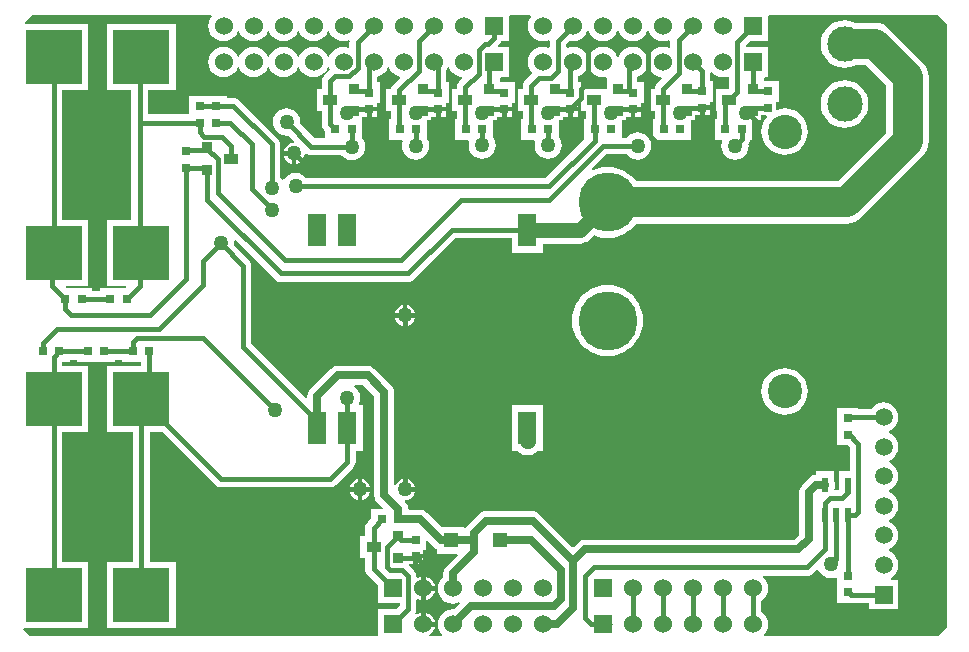
<source format=gtl>
%FSLAX25Y25*%
%MOIN*%
G70*
G01*
G75*
G04 Layer_Physical_Order=1*
G04 Layer_Color=255*
%ADD10R,0.03000X0.03000*%
%ADD11R,0.03000X0.03000*%
%ADD12R,0.03600X0.03600*%
%ADD13R,0.05000X0.03600*%
%ADD14R,0.18898X0.18110*%
%ADD15R,0.02000X0.05000*%
%ADD16R,0.04921X0.04803*%
%ADD17R,0.06299X0.11024*%
%ADD18C,0.01500*%
%ADD19C,0.02500*%
%ADD20C,0.01000*%
%ADD21C,0.05000*%
%ADD22C,0.10000*%
%ADD23R,0.06000X0.06000*%
%ADD24C,0.06000*%
%ADD25C,0.11417*%
%ADD26C,0.19685*%
%ADD27C,0.05906*%
%ADD28R,0.05906X0.05906*%
%ADD29C,0.11811*%
%ADD30C,0.05000*%
G36*
X38760Y92500D02*
X44986D01*
Y91232D01*
X33618D01*
Y69122D01*
X42293D01*
Y25878D01*
X33618D01*
Y3768D01*
X56516D01*
Y25878D01*
X47841D01*
Y69122D01*
X52200D01*
X69783Y51539D01*
X70357Y51098D01*
X70634Y50983D01*
X71026Y50821D01*
X71744Y50726D01*
X108000D01*
X108718Y50821D01*
X109110Y50983D01*
X109387Y51098D01*
X109961Y51539D01*
X115717Y57295D01*
X116158Y57869D01*
X116435Y58538D01*
X116530Y59256D01*
Y62988D01*
X118906D01*
Y78012D01*
X117865D01*
X117547Y78512D01*
X117884Y79325D01*
X118039Y80500D01*
X117884Y81675D01*
X117431Y82769D01*
X116709Y83709D01*
X116042Y84222D01*
X116211Y84722D01*
X119142D01*
X122722Y81142D01*
Y48256D01*
X122778Y47832D01*
X122834Y47408D01*
X122997Y47012D01*
X123161Y46617D01*
X123682Y45938D01*
X125658Y43962D01*
X125467Y43500D01*
X121760D01*
Y40423D01*
X120539Y39202D01*
X120098Y38627D01*
X119983Y38350D01*
X119821Y37958D01*
X119726Y37240D01*
Y34600D01*
X118000D01*
Y27000D01*
X119726D01*
Y23500D01*
X119821Y22782D01*
X119983Y22390D01*
X120098Y22113D01*
X120539Y21539D01*
X124000Y18077D01*
Y12000D01*
X131226D01*
Y11149D01*
X130077Y10000D01*
X124000D01*
Y1000D01*
X8000D01*
X5694Y3306D01*
X5886Y3768D01*
X27382D01*
Y25878D01*
X18707D01*
Y69122D01*
X27382D01*
Y91232D01*
X18707D01*
Y92500D01*
X21240D01*
Y93226D01*
X23740D01*
Y92500D01*
X36240D01*
Y93226D01*
X38760D01*
Y92500D01*
D02*
G37*
G36*
X142682Y30682D02*
X142977Y30456D01*
X143361Y30161D01*
X143772Y29991D01*
Y28598D01*
X150309D01*
X150501Y28137D01*
X146682Y24318D01*
X146161Y23639D01*
X145997Y23244D01*
X145834Y22848D01*
X145778Y22424D01*
X145722Y22000D01*
Y20787D01*
X145434Y20566D01*
X144632Y19522D01*
X144129Y18305D01*
X143957Y17000D01*
X144129Y15695D01*
X144632Y14478D01*
X145434Y13434D01*
X146478Y12632D01*
X147695Y12129D01*
X149000Y11957D01*
X150305Y12129D01*
X151126Y12468D01*
X151409Y12045D01*
X149360Y9996D01*
X149000Y10043D01*
X147695Y9871D01*
X146478Y9368D01*
X145434Y8566D01*
X144632Y7522D01*
X144129Y6305D01*
X143957Y5000D01*
X144129Y3695D01*
X144632Y2478D01*
X145383Y1500D01*
X145262Y1000D01*
X141102D01*
X141003Y1500D01*
X141017Y1506D01*
X141853Y2147D01*
X142494Y2983D01*
X142897Y3956D01*
X142936Y4250D01*
X139000D01*
Y5000D01*
X138250D01*
Y8936D01*
X137956Y8897D01*
X136983Y8494D01*
X136814Y8364D01*
X136695Y8436D01*
X136442Y8709D01*
X136679Y9282D01*
X136774Y10000D01*
Y13062D01*
X137274Y13386D01*
X137956Y13103D01*
X138250Y13064D01*
Y17000D01*
Y20936D01*
X137956Y20897D01*
X137274Y20615D01*
X136774Y20938D01*
Y21000D01*
X136679Y21718D01*
X136402Y22387D01*
X135961Y22961D01*
X134182Y24740D01*
X134390Y25240D01*
X135750D01*
Y27740D01*
X136500D01*
Y28490D01*
X139000D01*
Y29740D01*
X140000D01*
Y32711D01*
X140462Y32902D01*
X142682Y30682D01*
D02*
G37*
G36*
X310500Y208000D02*
X313500Y205000D01*
X313500Y4000D01*
X310500Y1000D01*
X252738D01*
X252617Y1500D01*
X253367Y2478D01*
X253871Y3695D01*
X254043Y5000D01*
X253871Y6305D01*
X253367Y7522D01*
X252566Y8566D01*
X251774Y9174D01*
Y12826D01*
X252566Y13434D01*
X253367Y14478D01*
X253871Y15695D01*
X254043Y17000D01*
X253871Y18305D01*
X253367Y19522D01*
X252566Y20566D01*
X252323Y20753D01*
X252483Y21226D01*
X267000D01*
X267718Y21321D01*
X268110Y21483D01*
X268387Y21598D01*
X268961Y22039D01*
X270336Y23414D01*
X270827Y23316D01*
X271069Y22731D01*
X271791Y21791D01*
X272731Y21069D01*
X273825Y20616D01*
X275000Y20461D01*
X276175Y20616D01*
X276584Y20786D01*
X277000Y20508D01*
Y17740D01*
Y12240D01*
X281454D01*
X281768Y12199D01*
X287547D01*
Y10020D01*
X297453D01*
Y19925D01*
X294945D01*
X294846Y20425D01*
X294998Y20488D01*
X296032Y21282D01*
X296826Y22317D01*
X297325Y23522D01*
X297496Y24815D01*
X297325Y26107D01*
X296826Y27312D01*
X296032Y28347D01*
X294998Y29141D01*
X294214Y29465D01*
Y30007D01*
X294998Y30331D01*
X296032Y31125D01*
X296826Y32160D01*
X297325Y33365D01*
X297496Y34658D01*
X297325Y35950D01*
X296826Y37155D01*
X296032Y38190D01*
X294998Y38984D01*
X294215Y39308D01*
Y39849D01*
X294998Y40173D01*
X296032Y40967D01*
X296826Y42002D01*
X297325Y43207D01*
X297496Y44500D01*
X297325Y45792D01*
X296826Y46997D01*
X296032Y48032D01*
X294998Y48826D01*
X294214Y49150D01*
Y49692D01*
X294998Y50016D01*
X296032Y50810D01*
X296826Y51845D01*
X297325Y53050D01*
X297496Y54343D01*
X297325Y55635D01*
X296826Y56840D01*
X296032Y57875D01*
X294998Y58669D01*
X294215Y58993D01*
Y59534D01*
X294998Y59858D01*
X296032Y60652D01*
X296826Y61687D01*
X297325Y62892D01*
X297496Y64185D01*
X297325Y65478D01*
X296826Y66682D01*
X296032Y67717D01*
X294998Y68511D01*
X294214Y68836D01*
Y69377D01*
X294998Y69701D01*
X296032Y70495D01*
X296826Y71530D01*
X297325Y72735D01*
X297496Y74028D01*
X297325Y75321D01*
X296826Y76525D01*
X296032Y77560D01*
X294998Y78354D01*
X293793Y78853D01*
X292500Y79023D01*
X291207Y78853D01*
X290002Y78354D01*
X288968Y77560D01*
X288386Y76801D01*
X284000D01*
Y77240D01*
X277000D01*
Y70240D01*
Y64740D01*
X280577D01*
X281226Y64091D01*
Y56000D01*
X277500D01*
Y49923D01*
X277351Y49774D01*
X276000D01*
Y50250D01*
X276166Y50652D01*
X276278Y51500D01*
X276166Y52348D01*
X276000Y52750D01*
Y56000D01*
X270000D01*
Y54778D01*
X269152Y54666D01*
X268361Y54339D01*
X267977Y54044D01*
X267682Y53818D01*
X265182Y51318D01*
X264661Y50639D01*
X264497Y50244D01*
X264334Y49848D01*
X264278Y49424D01*
X264222Y49000D01*
Y34858D01*
X262642Y33278D01*
X193000D01*
X192250Y33179D01*
X192152Y33166D01*
X191920Y33070D01*
X191361Y32839D01*
X190977Y32544D01*
X190682Y32318D01*
X189250Y30886D01*
X188750D01*
X177818Y41818D01*
X177139Y42339D01*
X176744Y42503D01*
X176348Y42666D01*
X175924Y42722D01*
X175500Y42778D01*
X160000D01*
X159250Y42679D01*
X159152Y42666D01*
X158920Y42570D01*
X158361Y42339D01*
X157977Y42044D01*
X157682Y41818D01*
X153682Y37818D01*
X153193Y37180D01*
X153137Y37180D01*
X152693Y37402D01*
Y37402D01*
X145234D01*
X140318Y42318D01*
X139639Y42839D01*
X139244Y43003D01*
X138848Y43166D01*
X138424Y43222D01*
X138000Y43278D01*
X134260D01*
Y43500D01*
X134037D01*
X133926Y44345D01*
X133599Y45135D01*
X133304Y45519D01*
X133078Y45814D01*
X132864Y46028D01*
X133114Y46485D01*
X133914Y46590D01*
X134765Y46943D01*
X135496Y47504D01*
X136057Y48235D01*
X136410Y49086D01*
X136432Y49250D01*
X133000D01*
Y50000D01*
X132250D01*
Y53431D01*
X132086Y53410D01*
X131235Y53057D01*
X130504Y52496D01*
X129943Y51765D01*
X129778Y51367D01*
X129278Y51467D01*
Y82500D01*
X129179Y83250D01*
X129166Y83348D01*
X129070Y83580D01*
X128839Y84139D01*
X128544Y84523D01*
X128318Y84818D01*
X122818Y90318D01*
X122139Y90839D01*
X121744Y91003D01*
X121348Y91166D01*
X120924Y91222D01*
X120500Y91278D01*
X110500D01*
X109652Y91166D01*
X109092Y90935D01*
X108861Y90839D01*
X108566Y90613D01*
X108182Y90318D01*
X101438Y83574D01*
X100917Y82895D01*
X100753Y82500D01*
X100590Y82104D01*
X100534Y81680D01*
X100478Y81256D01*
Y80598D01*
X100016Y80407D01*
X81774Y98649D01*
Y124500D01*
X81679Y125218D01*
X81517Y125610D01*
X81402Y125887D01*
X80961Y126461D01*
X75967Y131456D01*
X76039Y132000D01*
X75913Y132957D01*
X76386Y133191D01*
X89539Y120039D01*
X90113Y119598D01*
X90782Y119321D01*
X91500Y119226D01*
X134000D01*
X134718Y119321D01*
X135110Y119483D01*
X135387Y119598D01*
X135961Y120039D01*
X149649Y133726D01*
X168606D01*
Y128988D01*
X178906D01*
Y131961D01*
X191315D01*
X192490Y132116D01*
X193131Y132381D01*
X193584Y132569D01*
X194524Y133291D01*
X195975Y134741D01*
X196829Y134387D01*
X198642Y133952D01*
X200500Y133806D01*
X202358Y133952D01*
X204171Y134387D01*
X205893Y135101D01*
X207482Y136075D01*
X208900Y137285D01*
X210066Y138651D01*
X280185D01*
X281557Y138786D01*
X282877Y139187D01*
X284093Y139837D01*
X285159Y140711D01*
X305474Y161026D01*
X306348Y162092D01*
X306998Y163308D01*
X307399Y164628D01*
X307534Y166000D01*
X307534Y166000D01*
Y187500D01*
X307399Y188872D01*
X306998Y190192D01*
X306348Y191408D01*
X305474Y192474D01*
X294474Y203474D01*
X293408Y204348D01*
X292192Y204998D01*
X290872Y205399D01*
X289500Y205534D01*
X283111D01*
X282540Y205839D01*
X281050Y206291D01*
X279500Y206444D01*
X277950Y206291D01*
X276460Y205839D01*
X275087Y205105D01*
X273883Y204117D01*
X272895Y202913D01*
X272161Y201540D01*
X271709Y200050D01*
X271556Y198500D01*
X271709Y196950D01*
X272161Y195460D01*
X272895Y194087D01*
X273883Y192883D01*
X275087Y191895D01*
X276460Y191161D01*
X277950Y190709D01*
X279500Y190556D01*
X281050Y190709D01*
X282540Y191161D01*
X283111Y191466D01*
X286586D01*
X293466Y184587D01*
Y168913D01*
X277272Y152719D01*
X210066D01*
X208900Y154085D01*
X207482Y155295D01*
X205893Y156269D01*
X204171Y156983D01*
X202358Y157418D01*
X200500Y157564D01*
X198642Y157418D01*
X196829Y156983D01*
X195606Y156476D01*
X195323Y156900D01*
X200149Y161726D01*
X206956D01*
X207291Y161291D01*
X208231Y160569D01*
X209325Y160116D01*
X210500Y159961D01*
X211675Y160116D01*
X212769Y160569D01*
X213709Y161291D01*
X214431Y162231D01*
X214884Y163325D01*
X215039Y164500D01*
X214884Y165675D01*
X214431Y166769D01*
X213709Y167709D01*
X212769Y168431D01*
X211675Y168884D01*
X210500Y169039D01*
X209325Y168884D01*
X208231Y168431D01*
X207291Y167709D01*
X206956Y167274D01*
X205260D01*
Y173200D01*
X206800D01*
Y174240D01*
X208250D01*
Y176740D01*
X209000D01*
Y177490D01*
X211500D01*
Y178740D01*
X212500D01*
Y185740D01*
X210274D01*
Y187625D01*
X210305Y187629D01*
X211522Y188133D01*
X212566Y188934D01*
X213368Y189978D01*
X213729Y190852D01*
X214271D01*
X214633Y189978D01*
X215434Y188934D01*
X216478Y188133D01*
X217695Y187629D01*
X218405Y187535D01*
X218585Y187007D01*
X217039Y185461D01*
X216598Y184887D01*
X216483Y184610D01*
X216321Y184218D01*
X216239Y183600D01*
X214500D01*
Y176000D01*
X216226D01*
Y173500D01*
X215760D01*
Y166500D01*
X228260D01*
Y173200D01*
X229800D01*
Y174740D01*
X231250D01*
Y177240D01*
X232000D01*
Y177990D01*
X234500D01*
Y179240D01*
X235500D01*
Y186240D01*
X234774D01*
Y188973D01*
X235274Y189143D01*
X235434Y188934D01*
X236478Y188133D01*
X237695Y187629D01*
X239000Y187457D01*
X240305Y187629D01*
X240561Y187734D01*
X240976Y187457D01*
Y183699D01*
X240877Y183600D01*
X236500D01*
Y176000D01*
X236986D01*
Y173500D01*
X236260D01*
Y166500D01*
X238508D01*
X238786Y166084D01*
X238616Y165675D01*
X238461Y164500D01*
X238616Y163325D01*
X239069Y162231D01*
X239791Y161291D01*
X240731Y160569D01*
X241825Y160116D01*
X243000Y159961D01*
X244175Y160116D01*
X245269Y160569D01*
X246209Y161291D01*
X246931Y162231D01*
X247384Y163325D01*
X247539Y164500D01*
X247459Y165108D01*
X247662Y165373D01*
X247777Y165650D01*
X247939Y166042D01*
X247999Y166500D01*
X248760D01*
Y172724D01*
X249246Y173097D01*
X249325Y173200D01*
X251800D01*
Y174740D01*
X253457D01*
X253671Y174288D01*
X253115Y173610D01*
X252399Y172271D01*
X251958Y170818D01*
X251809Y169307D01*
X251958Y167796D01*
X252399Y166343D01*
X253115Y165004D01*
X254078Y163830D01*
X255252Y162866D01*
X256591Y162151D01*
X258044Y161710D01*
X259555Y161561D01*
X261066Y161710D01*
X262520Y162151D01*
X263859Y162866D01*
X265032Y163830D01*
X265996Y165004D01*
X266711Y166343D01*
X267152Y167796D01*
X267301Y169307D01*
X267152Y170818D01*
X266711Y172271D01*
X265996Y173610D01*
X265032Y174784D01*
X263859Y175748D01*
X262520Y176463D01*
X261066Y176904D01*
X259555Y177053D01*
X258044Y176904D01*
X257000Y176587D01*
X256500Y176958D01*
Y179240D01*
X257500D01*
Y186240D01*
X253154D01*
X252800Y186594D01*
Y187300D01*
X253217Y187500D01*
X254000D01*
Y197500D01*
X246524D01*
Y198101D01*
X247923Y199500D01*
X254000D01*
Y207646D01*
X254354Y208000D01*
X310500D01*
D02*
G37*
G36*
X214633Y201978D02*
X215434Y200934D01*
X216478Y200132D01*
X217695Y199629D01*
X219000Y199457D01*
X220305Y199629D01*
X220993Y199914D01*
X221141Y199864D01*
X221476Y199573D01*
Y197336D01*
X221060Y197058D01*
X220305Y197371D01*
X219000Y197543D01*
X217695Y197371D01*
X216478Y196868D01*
X215434Y196066D01*
X214633Y195022D01*
X214271Y194148D01*
X213729D01*
X213368Y195022D01*
X212566Y196066D01*
X211522Y196868D01*
X210305Y197371D01*
X209000Y197543D01*
X207695Y197371D01*
X206478Y196868D01*
X205434Y196066D01*
X204632Y195022D01*
X204271Y194148D01*
X203729D01*
X203367Y195022D01*
X202566Y196066D01*
X201522Y196868D01*
X200305Y197371D01*
X199000Y197543D01*
X197695Y197371D01*
X196478Y196868D01*
X195434Y196066D01*
X194632Y195022D01*
X194271Y194148D01*
X193729D01*
X193368Y195022D01*
X192566Y196066D01*
X191522Y196868D01*
X190305Y197371D01*
X189000Y197543D01*
X187695Y197371D01*
X187189Y197162D01*
X186774Y197440D01*
Y198351D01*
X188010Y199587D01*
X189000Y199457D01*
X190305Y199629D01*
X191522Y200132D01*
X192566Y200934D01*
X193368Y201978D01*
X193729Y202852D01*
X194271D01*
X194632Y201978D01*
X195434Y200934D01*
X196478Y200132D01*
X197695Y199629D01*
X199000Y199457D01*
X200305Y199629D01*
X201522Y200132D01*
X202566Y200934D01*
X203367Y201978D01*
X203729Y202852D01*
X204271D01*
X204632Y201978D01*
X205434Y200934D01*
X206478Y200132D01*
X207695Y199629D01*
X209000Y199457D01*
X210305Y199629D01*
X211522Y200132D01*
X212566Y200934D01*
X213368Y201978D01*
X213729Y202852D01*
X214271D01*
X214633Y201978D01*
D02*
G37*
G36*
X68318Y208000D02*
X68539Y207552D01*
X68133Y207022D01*
X67629Y205805D01*
X67457Y204500D01*
X67629Y203195D01*
X68133Y201978D01*
X68934Y200934D01*
X69978Y200132D01*
X71195Y199629D01*
X72500Y199457D01*
X73805Y199629D01*
X75022Y200132D01*
X76066Y200934D01*
X76868Y201978D01*
X77229Y202852D01*
X77771D01*
X78132Y201978D01*
X78934Y200934D01*
X79978Y200132D01*
X81195Y199629D01*
X82500Y199457D01*
X83805Y199629D01*
X85022Y200132D01*
X86066Y200934D01*
X86867Y201978D01*
X87229Y202852D01*
X87771D01*
X88133Y201978D01*
X88934Y200934D01*
X89978Y200132D01*
X91195Y199629D01*
X92500Y199457D01*
X93805Y199629D01*
X95022Y200132D01*
X96066Y200934D01*
X96868Y201978D01*
X97229Y202852D01*
X97771D01*
X98132Y201978D01*
X98934Y200934D01*
X99978Y200132D01*
X101195Y199629D01*
X102500Y199457D01*
X103805Y199629D01*
X105022Y200132D01*
X106066Y200934D01*
X106868Y201978D01*
X107229Y202852D01*
X107771D01*
X108133Y201978D01*
X108934Y200934D01*
X109978Y200132D01*
X111195Y199629D01*
X112500Y199457D01*
X113805Y199629D01*
X114106Y199753D01*
X114502Y199449D01*
X114476Y199250D01*
Y197543D01*
X114060Y197266D01*
X113805Y197371D01*
X112500Y197543D01*
X111195Y197371D01*
X109978Y196868D01*
X108934Y196066D01*
X108133Y195022D01*
X107771Y194148D01*
X107229D01*
X106868Y195022D01*
X106066Y196066D01*
X105022Y196868D01*
X103805Y197371D01*
X102500Y197543D01*
X101195Y197371D01*
X99978Y196868D01*
X98934Y196066D01*
X98132Y195022D01*
X97771Y194148D01*
X97229D01*
X96868Y195022D01*
X96066Y196066D01*
X95022Y196868D01*
X93805Y197371D01*
X92500Y197543D01*
X91195Y197371D01*
X89978Y196868D01*
X88934Y196066D01*
X88133Y195022D01*
X87771Y194148D01*
X87229D01*
X86867Y195022D01*
X86066Y196066D01*
X85022Y196868D01*
X83805Y197371D01*
X82500Y197543D01*
X81195Y197371D01*
X79978Y196868D01*
X78934Y196066D01*
X78132Y195022D01*
X77771Y194148D01*
X77229D01*
X76868Y195022D01*
X76066Y196066D01*
X75022Y196868D01*
X73805Y197371D01*
X72500Y197543D01*
X71195Y197371D01*
X69978Y196868D01*
X68934Y196066D01*
X68133Y195022D01*
X67629Y193805D01*
X67457Y192500D01*
X67629Y191195D01*
X68133Y189978D01*
X68934Y188934D01*
X69978Y188133D01*
X71195Y187629D01*
X72500Y187457D01*
X73805Y187629D01*
X75022Y188133D01*
X76066Y188934D01*
X76868Y189978D01*
X77229Y190852D01*
X77771D01*
X78132Y189978D01*
X78934Y188934D01*
X79978Y188133D01*
X81195Y187629D01*
X82500Y187457D01*
X83805Y187629D01*
X85022Y188133D01*
X86066Y188934D01*
X86867Y189978D01*
X87229Y190852D01*
X87771D01*
X88133Y189978D01*
X88934Y188934D01*
X89978Y188133D01*
X91195Y187629D01*
X92500Y187457D01*
X93805Y187629D01*
X95022Y188133D01*
X96066Y188934D01*
X96868Y189978D01*
X97229Y190852D01*
X97771D01*
X98132Y189978D01*
X98934Y188934D01*
X99978Y188133D01*
X101195Y187629D01*
X102500Y187457D01*
X103805Y187629D01*
X105022Y188133D01*
X106066Y188934D01*
X106868Y189978D01*
X107229Y190852D01*
X107771D01*
X108133Y189978D01*
X108134Y189976D01*
X107789Y189711D01*
X106039Y187961D01*
X105598Y187387D01*
X105483Y187110D01*
X105321Y186718D01*
X105226Y186000D01*
Y183600D01*
X103500D01*
Y176000D01*
X105226D01*
Y171760D01*
X105321Y171042D01*
X105483Y170650D01*
X105598Y170373D01*
X106039Y169799D01*
X106260Y169577D01*
Y167034D01*
X102889D01*
X97967Y171956D01*
X98039Y172500D01*
X97884Y173675D01*
X97431Y174769D01*
X96709Y175709D01*
X95769Y176431D01*
X94675Y176884D01*
X93500Y177039D01*
X92325Y176884D01*
X91231Y176431D01*
X90291Y175709D01*
X89569Y174769D01*
X89116Y173675D01*
X88961Y172500D01*
X89116Y171325D01*
X89569Y170231D01*
X90291Y169291D01*
X91231Y168569D01*
X92325Y168116D01*
X93500Y167961D01*
X94045Y168033D01*
X96094Y165983D01*
X95859Y165512D01*
X95086Y165410D01*
X94235Y165057D01*
X93504Y164496D01*
X92943Y163765D01*
X92590Y162914D01*
X92568Y162750D01*
X96000D01*
Y162000D01*
X96750D01*
Y158569D01*
X96914Y158590D01*
X97765Y158943D01*
X98496Y159504D01*
X99057Y160235D01*
X99410Y161086D01*
X99513Y161872D01*
X99832Y162070D01*
X100020Y162114D01*
X100353Y161858D01*
X100630Y161743D01*
X101022Y161581D01*
X101740Y161486D01*
X111716D01*
X112050Y161050D01*
X112990Y160329D01*
X114085Y159876D01*
X115260Y159721D01*
X116435Y159876D01*
X117529Y160329D01*
X118469Y161050D01*
X119191Y161990D01*
X119644Y163085D01*
X119799Y164260D01*
X119644Y165435D01*
X119191Y166529D01*
X118760Y167091D01*
Y173200D01*
X118800D01*
Y174240D01*
X120250D01*
Y176740D01*
X121000D01*
Y177490D01*
X123500D01*
Y178740D01*
X124500D01*
Y185740D01*
X123774D01*
Y187625D01*
X123805Y187629D01*
X125022Y188133D01*
X126066Y188934D01*
X126867Y189978D01*
X127229Y190852D01*
X127771D01*
X128132Y189978D01*
X128934Y188934D01*
X129978Y188133D01*
X131056Y187686D01*
X131244Y187167D01*
X129039Y184961D01*
X128598Y184387D01*
X128483Y184110D01*
X128321Y183718D01*
X128305Y183600D01*
X126500D01*
Y176000D01*
X128226D01*
Y173500D01*
X127760D01*
Y166500D01*
X132008D01*
X132285Y166084D01*
X132116Y165675D01*
X131961Y164500D01*
X132116Y163325D01*
X132569Y162231D01*
X133291Y161291D01*
X134231Y160569D01*
X135325Y160116D01*
X136500Y159961D01*
X137675Y160116D01*
X138769Y160569D01*
X139709Y161291D01*
X140431Y162231D01*
X140884Y163325D01*
X141039Y164500D01*
X140884Y165675D01*
X140431Y166769D01*
X140260Y166992D01*
Y173200D01*
X141800D01*
Y174240D01*
X143250D01*
Y176740D01*
X144000D01*
Y177490D01*
X146500D01*
Y178740D01*
X147500D01*
Y185740D01*
X146774D01*
Y189856D01*
X146868Y189978D01*
X147229Y190852D01*
X147771D01*
X148133Y189978D01*
X148934Y188934D01*
X149978Y188133D01*
X151195Y187629D01*
X151905Y187535D01*
X152085Y187007D01*
X151039Y185961D01*
X150598Y185387D01*
X150483Y185110D01*
X150321Y184718D01*
X150226Y184000D01*
Y183600D01*
X148500D01*
Y176000D01*
X150226D01*
Y173500D01*
X149760D01*
Y166500D01*
X154140D01*
X154418Y166084D01*
X154356Y165935D01*
X154201Y164760D01*
X154356Y163585D01*
X154809Y162490D01*
X155531Y161550D01*
X156471Y160829D01*
X157565Y160376D01*
X158740Y160221D01*
X159915Y160376D01*
X161010Y160829D01*
X161950Y161550D01*
X162671Y162490D01*
X163124Y163585D01*
X163279Y164760D01*
X163124Y165935D01*
X162671Y167029D01*
X162260Y167565D01*
Y173200D01*
X163800D01*
Y174240D01*
X165250D01*
Y176740D01*
X166000D01*
Y177490D01*
X168500D01*
Y178740D01*
X169500D01*
Y185740D01*
X165154D01*
X164800Y186094D01*
Y187300D01*
X165217Y187500D01*
X167500D01*
Y197500D01*
X164076D01*
X163885Y197962D01*
X164461Y198539D01*
X164902Y199113D01*
X165062Y199500D01*
X167500D01*
Y207646D01*
X167854Y208000D01*
X174818D01*
X175039Y207552D01*
X174633Y207022D01*
X174129Y205805D01*
X173957Y204500D01*
X174129Y203195D01*
X174633Y201978D01*
X175434Y200934D01*
X176478Y200132D01*
X177695Y199629D01*
X179000Y199457D01*
X180305Y199629D01*
X180835Y199848D01*
X181232Y199544D01*
X181226Y199500D01*
Y197440D01*
X180810Y197162D01*
X180305Y197371D01*
X179000Y197543D01*
X177695Y197371D01*
X176478Y196868D01*
X175434Y196066D01*
X174633Y195022D01*
X174129Y193805D01*
X173957Y192500D01*
X174129Y191195D01*
X174633Y189978D01*
X175434Y188934D01*
X175439Y188861D01*
X173039Y186461D01*
X172598Y185887D01*
X172483Y185610D01*
X172321Y185218D01*
X172226Y184500D01*
Y183600D01*
X170500D01*
Y176000D01*
X172226D01*
Y173500D01*
X171760D01*
Y166500D01*
X176140D01*
X176418Y166084D01*
X176356Y165935D01*
X176201Y164760D01*
X176356Y163585D01*
X176810Y162490D01*
X177531Y161550D01*
X178471Y160829D01*
X179566Y160376D01*
X180740Y160221D01*
X181915Y160376D01*
X183010Y160829D01*
X183950Y161550D01*
X184671Y162490D01*
X185124Y163585D01*
X185279Y164760D01*
X185124Y165935D01*
X184671Y167029D01*
X184260Y167565D01*
Y173200D01*
X185800D01*
Y174240D01*
X187250D01*
Y176740D01*
X188000D01*
Y177490D01*
X190500D01*
Y178740D01*
X191500D01*
Y176000D01*
X193226D01*
Y173500D01*
X192760D01*
Y166682D01*
X179851Y153774D01*
X100044D01*
X99709Y154209D01*
X98769Y154931D01*
X97675Y155384D01*
X96500Y155539D01*
X95325Y155384D01*
X94231Y154931D01*
X93291Y154209D01*
X92623Y153340D01*
X92080Y153227D01*
X91709Y153709D01*
X91274Y154044D01*
Y165000D01*
X91179Y165718D01*
X91017Y166110D01*
X90902Y166387D01*
X90461Y166961D01*
X77701Y179721D01*
X77127Y180162D01*
X76850Y180277D01*
X76458Y180439D01*
X75740Y180534D01*
X73500D01*
Y181240D01*
X68000D01*
Y181260D01*
X61000D01*
Y175760D01*
Y175033D01*
X47341D01*
Y183122D01*
X56516D01*
Y205232D01*
X33618D01*
Y183122D01*
X41793D01*
Y172000D01*
Y139878D01*
X33618D01*
Y117768D01*
X39841D01*
X40043Y117305D01*
X39795Y117000D01*
X31260D01*
Y116274D01*
X28740D01*
Y117000D01*
X20205D01*
X19957Y117305D01*
X20159Y117768D01*
X27382D01*
Y139878D01*
X18707D01*
Y183122D01*
X27382D01*
Y205232D01*
X6386D01*
X6194Y205694D01*
X8500Y208000D01*
X68318D01*
D02*
G37*
G36*
X194632Y189978D02*
X195434Y188934D01*
X196478Y188133D01*
X197695Y187629D01*
X199000Y187457D01*
X199809Y187563D01*
X200200Y187110D01*
Y183600D01*
X191500D01*
Y185740D01*
X190774D01*
Y187823D01*
X191522Y188133D01*
X192566Y188934D01*
X193368Y189978D01*
X193729Y190852D01*
X194271D01*
X194632Y189978D01*
D02*
G37*
%LPC*%
G36*
X118750Y53431D02*
Y50750D01*
X121432D01*
X121410Y50914D01*
X121057Y51765D01*
X120496Y52496D01*
X119765Y53057D01*
X118914Y53410D01*
X118750Y53431D01*
D02*
G37*
G36*
X133750D02*
Y50750D01*
X136432D01*
X136410Y50914D01*
X136057Y51765D01*
X135496Y52496D01*
X134765Y53057D01*
X133914Y53410D01*
X133750Y53431D01*
D02*
G37*
G36*
X259555Y90439D02*
X258044Y90290D01*
X256591Y89849D01*
X255252Y89134D01*
X254078Y88170D01*
X253115Y86996D01*
X252399Y85657D01*
X251958Y84204D01*
X251809Y82693D01*
X251958Y81182D01*
X252399Y79729D01*
X253115Y78390D01*
X254078Y77216D01*
X255252Y76253D01*
X256591Y75537D01*
X258044Y75096D01*
X259555Y74947D01*
X261066Y75096D01*
X262520Y75537D01*
X263859Y76253D01*
X265032Y77216D01*
X265996Y78390D01*
X266711Y79729D01*
X267152Y81182D01*
X267301Y82693D01*
X267152Y84204D01*
X266711Y85657D01*
X265996Y86996D01*
X265032Y88170D01*
X263859Y89134D01*
X262520Y89849D01*
X261066Y90290D01*
X259555Y90439D01*
D02*
G37*
G36*
X178906Y78012D02*
X168606D01*
Y62988D01*
X170139D01*
X170291Y62791D01*
X171231Y62069D01*
X172325Y61616D01*
X173500Y61461D01*
X174000D01*
X175175Y61616D01*
X175816Y61881D01*
X176269Y62069D01*
X177209Y62791D01*
X177361Y62988D01*
X178906D01*
Y78012D01*
D02*
G37*
G36*
X117250Y53431D02*
X117086Y53410D01*
X116235Y53057D01*
X115504Y52496D01*
X114943Y51765D01*
X114590Y50914D01*
X114568Y50750D01*
X117250D01*
Y53431D01*
D02*
G37*
G36*
X139750Y20936D02*
Y17750D01*
X142936D01*
X142897Y18044D01*
X142494Y19017D01*
X141853Y19853D01*
X141017Y20494D01*
X140044Y20897D01*
X139750Y20936D01*
D02*
G37*
G36*
X142936Y16250D02*
X139750D01*
Y13064D01*
X140044Y13103D01*
X141017Y13506D01*
X141853Y14147D01*
X142494Y14983D01*
X142897Y15956D01*
X142936Y16250D01*
D02*
G37*
G36*
X139750Y8936D02*
Y5750D01*
X142936D01*
X142897Y6044D01*
X142494Y7017D01*
X141853Y7853D01*
X141017Y8494D01*
X140044Y8897D01*
X139750Y8936D01*
D02*
G37*
G36*
X121432Y49250D02*
X118750D01*
Y46569D01*
X118914Y46590D01*
X119765Y46943D01*
X120496Y47504D01*
X121057Y48235D01*
X121410Y49086D01*
X121432Y49250D01*
D02*
G37*
G36*
X117250D02*
X114568D01*
X114590Y49086D01*
X114943Y48235D01*
X115504Y47504D01*
X116235Y46943D01*
X117086Y46590D01*
X117250Y46569D01*
Y49250D01*
D02*
G37*
G36*
X139000Y26990D02*
X137250D01*
Y25240D01*
X139000D01*
Y26990D01*
D02*
G37*
G36*
X168500Y175990D02*
X166750D01*
Y174240D01*
X168500D01*
Y175990D01*
D02*
G37*
G36*
X146500D02*
X144750D01*
Y174240D01*
X146500D01*
Y175990D01*
D02*
G37*
G36*
X123500D02*
X121750D01*
Y174240D01*
X123500D01*
Y175990D01*
D02*
G37*
G36*
X234500Y176490D02*
X232750D01*
Y174740D01*
X234500D01*
Y176490D01*
D02*
G37*
G36*
X211500Y175990D02*
X209750D01*
Y174240D01*
X211500D01*
Y175990D01*
D02*
G37*
G36*
X190500D02*
X188750D01*
Y174240D01*
X190500D01*
Y175990D01*
D02*
G37*
G36*
X279500Y186444D02*
X277950Y186291D01*
X276460Y185839D01*
X275087Y185105D01*
X273883Y184117D01*
X272895Y182913D01*
X272161Y181540D01*
X271709Y180050D01*
X271556Y178500D01*
X271709Y176950D01*
X272161Y175460D01*
X272895Y174087D01*
X273883Y172883D01*
X275087Y171895D01*
X276460Y171161D01*
X277950Y170709D01*
X279500Y170556D01*
X281050Y170709D01*
X282540Y171161D01*
X283913Y171895D01*
X285117Y172883D01*
X286105Y174087D01*
X286839Y175460D01*
X287291Y176950D01*
X287444Y178500D01*
X287291Y180050D01*
X286839Y181540D01*
X286105Y182913D01*
X285117Y184117D01*
X283913Y185105D01*
X282540Y185839D01*
X281050Y186291D01*
X279500Y186444D01*
D02*
G37*
G36*
X136432Y107250D02*
X133750D01*
Y104569D01*
X133914Y104590D01*
X134765Y104943D01*
X135496Y105504D01*
X136057Y106235D01*
X136410Y107086D01*
X136432Y107250D01*
D02*
G37*
G36*
X132250D02*
X129569D01*
X129590Y107086D01*
X129943Y106235D01*
X130504Y105504D01*
X131235Y104943D01*
X132086Y104590D01*
X132250Y104569D01*
Y107250D01*
D02*
G37*
G36*
X200500Y118194D02*
X198642Y118048D01*
X196829Y117613D01*
X195107Y116899D01*
X193518Y115925D01*
X192100Y114715D01*
X190890Y113297D01*
X189916Y111708D01*
X189202Y109986D01*
X188767Y108173D01*
X188621Y106315D01*
X188767Y104457D01*
X189202Y102644D01*
X189916Y100922D01*
X190890Y99333D01*
X192100Y97915D01*
X193518Y96705D01*
X195107Y95731D01*
X196829Y95017D01*
X198642Y94582D01*
X200500Y94436D01*
X202358Y94582D01*
X204171Y95017D01*
X205893Y95731D01*
X207482Y96705D01*
X208900Y97915D01*
X210110Y99333D01*
X211084Y100922D01*
X211798Y102644D01*
X212233Y104457D01*
X212379Y106315D01*
X212233Y108173D01*
X211798Y109986D01*
X211084Y111708D01*
X210110Y113297D01*
X208900Y114715D01*
X207482Y115925D01*
X205893Y116899D01*
X204171Y117613D01*
X202358Y118048D01*
X200500Y118194D01*
D02*
G37*
G36*
X95250Y161250D02*
X92568D01*
X92590Y161086D01*
X92943Y160235D01*
X93504Y159504D01*
X94235Y158943D01*
X95086Y158590D01*
X95250Y158569D01*
Y161250D01*
D02*
G37*
G36*
X133750Y111432D02*
Y108750D01*
X136432D01*
X136410Y108914D01*
X136057Y109765D01*
X135496Y110496D01*
X134765Y111057D01*
X133914Y111410D01*
X133750Y111432D01*
D02*
G37*
G36*
X132250D02*
X132086Y111410D01*
X131235Y111057D01*
X130504Y110496D01*
X129943Y109765D01*
X129590Y108914D01*
X129569Y108750D01*
X132250D01*
Y111432D01*
D02*
G37*
%LPD*%
D10*
X34760Y113500D02*
D03*
X40260D02*
D03*
X239760Y170000D02*
D03*
X245260D02*
D03*
X153260D02*
D03*
X158760D02*
D03*
X219260D02*
D03*
X224760D02*
D03*
X131260D02*
D03*
X136760D02*
D03*
X109760D02*
D03*
X115260D02*
D03*
X196260D02*
D03*
X201760D02*
D03*
X175260D02*
D03*
X180760D02*
D03*
X32740Y96000D02*
D03*
X27240D02*
D03*
X17740D02*
D03*
X12240D02*
D03*
X125260Y40000D02*
D03*
X130760D02*
D03*
X42260Y96000D02*
D03*
X47760D02*
D03*
X25240Y113500D02*
D03*
X19740D02*
D03*
D11*
X70000Y177740D02*
D03*
Y172240D02*
D03*
X64500Y172260D02*
D03*
Y177760D02*
D03*
X254000Y182740D02*
D03*
Y177240D02*
D03*
X166000Y182240D02*
D03*
Y176740D02*
D03*
X232000Y182740D02*
D03*
Y177240D02*
D03*
X144000Y182240D02*
D03*
Y176740D02*
D03*
X121000Y182240D02*
D03*
Y176740D02*
D03*
X209000Y182240D02*
D03*
Y176740D02*
D03*
X188000Y182240D02*
D03*
Y176740D02*
D03*
X280500Y73740D02*
D03*
Y68240D02*
D03*
Y21240D02*
D03*
Y15740D02*
D03*
X136500Y33240D02*
D03*
Y27740D02*
D03*
X60000Y157260D02*
D03*
Y162760D02*
D03*
D12*
X249000Y183500D02*
D03*
Y176000D02*
D03*
X161000Y183500D02*
D03*
Y176000D02*
D03*
X227000Y183500D02*
D03*
Y176000D02*
D03*
X139000Y183500D02*
D03*
Y176000D02*
D03*
X116000Y183500D02*
D03*
Y176000D02*
D03*
X204000Y183500D02*
D03*
Y176000D02*
D03*
X183000Y183500D02*
D03*
Y176000D02*
D03*
X67000Y156500D02*
D03*
Y164000D02*
D03*
X130500Y34500D02*
D03*
Y27000D02*
D03*
D13*
X241000Y179800D02*
D03*
X153000D02*
D03*
X219000D02*
D03*
X131000D02*
D03*
X108000D02*
D03*
X196000D02*
D03*
X175000D02*
D03*
X75000Y160200D02*
D03*
X122500Y30800D02*
D03*
D14*
X15933Y14823D02*
D03*
X45067D02*
D03*
Y80177D02*
D03*
X15933D02*
D03*
X45067Y194177D02*
D03*
X15933D02*
D03*
Y128823D02*
D03*
X45067D02*
D03*
D15*
X280500Y51500D02*
D03*
X273000D02*
D03*
X276700Y41500D02*
D03*
X280500D02*
D03*
X273000D02*
D03*
D16*
X148232Y33000D02*
D03*
X164768D02*
D03*
D17*
X173756Y70500D02*
D03*
Y136500D02*
D03*
X113756Y70500D02*
D03*
Y136500D02*
D03*
X103756Y70500D02*
D03*
Y136500D02*
D03*
D18*
X45067Y80177D02*
X71744Y53500D01*
X108000D01*
X243000Y164500D02*
X245260Y166760D01*
Y170000D01*
X250500Y162500D02*
Y172000D01*
X246000Y158000D02*
X250500Y162500D01*
X232000Y158000D02*
X246000D01*
X232000D02*
Y177240D01*
X75740Y177760D02*
X88500Y165000D01*
Y150500D02*
Y165000D01*
X82000Y150000D02*
X88500Y143500D01*
X82000Y150000D02*
Y165000D01*
X88500Y143000D02*
Y143500D01*
X209000Y176740D02*
X213740D01*
X246500Y176000D02*
X250500Y172000D01*
X211000Y198500D02*
X214000Y195500D01*
X196500Y198500D02*
X211000D01*
X194000Y196000D02*
X196500Y198500D01*
X194000Y185600D02*
Y196000D01*
X191750Y183350D02*
X194000Y185600D01*
X191750Y180490D02*
Y183350D01*
X188000Y176740D02*
X191750Y180490D01*
X139000Y5000D02*
Y17000D01*
X239760Y178560D02*
X241000Y179800D01*
X239760Y170000D02*
Y178560D01*
X219000Y170260D02*
X219260Y170000D01*
X196000Y170260D02*
X196260Y170000D01*
X196000Y170260D02*
Y179800D01*
X153000Y170260D02*
X153260Y170000D01*
X131000Y170260D02*
X131260Y170000D01*
X131000Y170260D02*
Y179800D01*
Y183000D01*
X137500Y189500D01*
Y199500D01*
X142500Y204500D01*
X139760Y182740D02*
X144000D01*
Y191000D01*
Y182240D02*
Y182740D01*
X142500Y192500D02*
X144000Y191000D01*
X136450Y176000D02*
X139000D01*
X139740Y176740D01*
X144000D01*
X139000Y183500D02*
X139760Y182740D01*
X136450Y175707D02*
Y176000D01*
Y175707D02*
X136657Y175500D01*
X153000Y170260D02*
Y179800D01*
Y184000D01*
X157500Y188500D01*
Y196500D01*
X159500Y198500D01*
X160500D01*
X162500Y200500D01*
Y204500D01*
X161760Y182740D02*
X166000D01*
X161000Y191000D02*
X162500Y192500D01*
X161000Y183500D02*
Y191000D01*
X158750Y175593D02*
Y175750D01*
X159000Y176000D01*
X161000D01*
X183760Y182740D02*
X188000D01*
Y191500D01*
Y182240D02*
Y182740D01*
Y191500D02*
X189000Y192500D01*
X183000Y183500D02*
X183760Y182740D01*
X177550Y187050D02*
X181550D01*
X175000Y184500D02*
X177550Y187050D01*
X181550D02*
X184000Y189500D01*
Y199500D01*
X175000Y179800D02*
Y184500D01*
X219000Y183500D02*
X224250Y188750D01*
X219000Y179800D02*
Y183500D01*
X229000Y192500D02*
X232000Y189500D01*
Y182740D02*
Y189500D01*
X227760Y182740D02*
X232000D01*
X175000Y170260D02*
Y179800D01*
X183000Y176000D02*
X183740Y176740D01*
X188000D01*
X184000Y199500D02*
X189000Y204500D01*
X204760Y182740D02*
X209000D01*
X207500D02*
Y191000D01*
X209000Y182240D02*
Y182740D01*
X207500Y191000D02*
X209000Y192500D01*
X204000Y176000D02*
X204740Y176740D01*
X209000D01*
X204000Y183500D02*
X204760Y182740D01*
X219000Y170260D02*
Y179800D01*
X243750Y199250D02*
X249000Y204500D01*
X243750Y182550D02*
Y199250D01*
X241000Y179800D02*
X243750Y182550D01*
X249000Y176000D02*
X250240Y177240D01*
X254000D01*
X249000Y183500D02*
X249760Y182740D01*
X254000D01*
X224250Y199750D02*
X229000Y204500D01*
X224250Y188750D02*
Y199750D01*
X224500Y176000D02*
X227000D01*
X228240Y177240D01*
X232000D01*
X227000Y183500D02*
X227760Y182740D01*
X224750Y175593D02*
Y175750D01*
X224500Y176000D02*
X224750Y175750D01*
X161000Y176000D02*
X161740Y176740D01*
X166000D01*
X161000Y183500D02*
X161760Y182740D01*
X148500Y136500D02*
X173756D01*
X65500Y100500D02*
X89500Y76500D01*
X43500Y100500D02*
X65500D01*
X42260Y99260D02*
X43500Y100500D01*
X42260Y96000D02*
Y99260D01*
X12240Y98740D02*
X17000Y103500D01*
X12240Y96000D02*
Y98740D01*
X64500Y177760D02*
X75740D01*
X74760Y172240D02*
X82000Y165000D01*
X70000Y172240D02*
X74760D01*
X44567Y128823D02*
Y172000D01*
X44827Y172260D02*
X64500D01*
Y169000D02*
Y172260D01*
Y169000D02*
X65950Y167550D01*
X71950D01*
X75000Y164500D01*
Y160200D02*
Y164500D01*
X60000Y120000D02*
Y157260D01*
X66240D02*
X67000Y156500D01*
X60000Y157260D02*
X66240D01*
X19500Y113260D02*
X19740Y113500D01*
X19500Y110000D02*
Y113260D01*
Y110000D02*
X21500Y108000D01*
X48000D01*
X60000Y120000D01*
X44567Y117807D02*
Y128823D01*
X15933D02*
Y194177D01*
X25240Y113500D02*
X34760D01*
X15433Y117807D02*
X15933Y128823D01*
X15433Y117807D02*
X19740Y113500D01*
X40260D02*
X44567Y117807D01*
X15933Y14823D02*
Y80177D01*
X45067D02*
X47760Y82870D01*
Y96000D01*
X32740D02*
X42260D01*
X17740D02*
X27240D01*
X15933Y94193D02*
X17740Y96000D01*
X15933Y80177D02*
Y94193D01*
X122500Y30800D02*
Y37240D01*
X125260Y40000D01*
X122500Y23500D02*
X129000Y17000D01*
X122500Y23500D02*
Y30800D01*
X139000Y17000D02*
Y25240D01*
X136500Y27740D02*
X139000Y25240D01*
X129000Y5000D02*
X134000Y10000D01*
Y21000D01*
X132000Y23000D02*
X134000Y21000D01*
X128000Y23000D02*
X132000D01*
X126950Y24050D02*
X128000Y23000D01*
X126950Y24050D02*
Y30950D01*
X130500Y34500D01*
X131760Y33240D02*
X136500D01*
X130500Y34500D02*
X131760Y33240D01*
X135760Y27000D02*
X136500Y27740D01*
X130500Y27000D02*
X135760D01*
X113756Y70500D02*
Y80244D01*
X113500Y80500D02*
X113756Y80244D01*
X275000Y25000D02*
X276700Y26700D01*
Y41500D01*
X193000Y21000D02*
X196000Y24000D01*
X193000Y7000D02*
Y21000D01*
Y7000D02*
X195000Y5000D01*
X199000D01*
X196000Y24000D02*
X267000D01*
X249000Y5000D02*
Y17000D01*
X239000Y5000D02*
Y17000D01*
X229000Y5000D02*
Y17000D01*
X219000Y5000D02*
Y17000D01*
X209000Y5000D02*
Y17000D01*
X280500Y73740D02*
X280787Y74028D01*
X292500D01*
X280500Y41500D02*
X283000D01*
X284000Y42500D01*
Y65240D01*
X280500Y68740D02*
X284000Y65240D01*
X280500Y21240D02*
Y41500D01*
X281000Y15740D02*
X281768Y14973D01*
X292500D01*
X267000Y24000D02*
X273000Y30000D01*
Y41500D01*
Y45500D01*
X274500Y47000D01*
X278500D01*
X280500Y49000D01*
Y51500D01*
X115000Y183500D02*
X115760Y182740D01*
X116740Y176740D02*
X121000D01*
X116000Y176000D02*
X116740Y176740D01*
X108000Y171760D02*
Y179800D01*
Y171760D02*
X109760Y170000D01*
X117250Y199250D02*
X122500Y204500D01*
X117250Y190533D02*
Y199250D01*
X114468Y187750D02*
X117250Y190533D01*
X109750Y187750D02*
X114468D01*
X108000Y186000D02*
X109750Y187750D01*
X108000Y179800D02*
Y186000D01*
X121000Y182240D02*
Y182740D01*
Y191000D01*
X115760Y182740D02*
X121000D01*
X249000Y183500D02*
Y192500D01*
X166000Y157000D02*
Y176740D01*
X144000Y157000D02*
Y176740D01*
Y157000D02*
X166000D01*
X96000Y162000D02*
X101000Y157000D01*
X121000Y157500D02*
Y176740D01*
X101000Y157000D02*
X144000D01*
X214000Y168500D02*
Y195500D01*
Y168500D02*
X224500Y158000D01*
X232000D01*
X96500Y151000D02*
X181000D01*
X196260Y166260D01*
Y170000D01*
X199000Y164500D02*
X210500D01*
X181000Y146500D02*
X199000Y164500D01*
X151500Y146500D02*
X181000D01*
X134000Y122000D02*
X148500Y136500D01*
X67000Y146500D02*
Y156500D01*
Y146500D02*
X91500Y122000D01*
X134000D01*
X131500Y126500D02*
X151500Y146500D01*
X93000Y126500D02*
X131500D01*
X70550Y148950D02*
X93000Y126500D01*
X70550Y148950D02*
Y160050D01*
X67000Y163600D02*
X70550Y160050D01*
X66260Y163260D02*
X67000Y164000D01*
X60000Y163260D02*
X66260D01*
X45067Y14823D02*
Y80177D01*
X136760Y164760D02*
Y170000D01*
X136500Y164500D02*
X136760Y164760D01*
X158740D02*
X158760Y164740D01*
Y170000D01*
X180740Y164760D02*
X180760D01*
Y170000D01*
X115260Y164260D02*
Y170000D01*
X101740Y164260D02*
X115260D01*
X93500Y172500D02*
X101740Y164260D01*
X71500Y132000D02*
X79000Y124500D01*
X133000Y50000D02*
Y108000D01*
X113756Y59256D02*
Y70500D01*
X108000Y53500D02*
X113756Y59256D01*
X79000Y97500D02*
Y124500D01*
Y97500D02*
X103756Y72744D01*
Y70500D02*
Y72744D01*
X17000Y103500D02*
X51000D01*
X65500Y118000D01*
Y126000D01*
X71500Y132000D01*
X166000Y157000D02*
X181500D01*
X188000Y163500D01*
Y176740D01*
X44567Y172000D02*
X44827Y172260D01*
X44567Y172000D02*
Y194177D01*
D19*
X130760Y40000D02*
X138000D01*
X145000Y33000D01*
X148232D01*
X156000D02*
Y35500D01*
Y29000D02*
Y33000D01*
X148232D02*
X156000D01*
X149000Y5000D02*
X155000Y11000D01*
X193000Y30000D02*
X264000D01*
X156000Y35500D02*
X160000Y39500D01*
X149000Y22000D02*
X156000Y29000D01*
X149000Y17000D02*
Y22000D01*
X179000Y5000D02*
X183500D01*
X264000Y30000D02*
X267500Y33500D01*
Y49000D01*
X270000Y51500D01*
X273000D01*
X130760Y40000D02*
Y43496D01*
X126000Y48256D02*
X130760Y43496D01*
X126000Y48256D02*
Y82500D01*
X120500Y88000D02*
X126000Y82500D01*
X103756Y72744D02*
Y81256D01*
X110500Y88000D01*
X120500D01*
X155000Y11000D02*
X182500D01*
X185000Y13500D01*
X183500Y5000D02*
X189000Y10500D01*
Y26000D01*
X160000Y39500D02*
X175500D01*
X189000Y26000D01*
X193000Y30000D01*
X164768Y33000D02*
X175000D01*
X185000Y23000D01*
Y13500D02*
Y23000D01*
D20*
X199000Y5000D02*
X201500D01*
D21*
X173756Y136500D02*
X191315D01*
X200500Y145685D01*
X173500Y66000D02*
X174000D01*
X173756Y66244D02*
X174000Y66000D01*
X173756Y66244D02*
Y70500D01*
D22*
X280185Y145685D02*
X300500Y166000D01*
X200500Y145685D02*
X280185D01*
X300500Y166000D02*
Y187500D01*
X289500Y198500D02*
X300500Y187500D01*
X279500Y198500D02*
X289500D01*
D23*
X162500Y204500D02*
D03*
X129000Y17000D02*
D03*
X199000D02*
D03*
X249000Y204500D02*
D03*
X162500Y192500D02*
D03*
X129000Y5000D02*
D03*
X199000D02*
D03*
X249000Y192500D02*
D03*
D24*
X152500Y204500D02*
D03*
X142500D02*
D03*
X132500D02*
D03*
X122500D02*
D03*
X112500D02*
D03*
X102500D02*
D03*
X92500D02*
D03*
X82500D02*
D03*
X72500D02*
D03*
X139000Y17000D02*
D03*
X149000D02*
D03*
X159000D02*
D03*
X169000D02*
D03*
X179000D02*
D03*
X249000D02*
D03*
X239000D02*
D03*
X229000D02*
D03*
X219000D02*
D03*
X209000D02*
D03*
X229000Y204500D02*
D03*
X239000D02*
D03*
X179000D02*
D03*
X189000D02*
D03*
X199000D02*
D03*
X209000D02*
D03*
X219000D02*
D03*
X152500Y192500D02*
D03*
X142500D02*
D03*
X132500D02*
D03*
X122500D02*
D03*
X112500D02*
D03*
X102500D02*
D03*
X92500D02*
D03*
X82500D02*
D03*
X72500D02*
D03*
X139000Y5000D02*
D03*
X149000D02*
D03*
X159000D02*
D03*
X169000D02*
D03*
X179000D02*
D03*
X249000D02*
D03*
X239000D02*
D03*
X229000D02*
D03*
X219000D02*
D03*
X209000D02*
D03*
X229000Y192500D02*
D03*
X239000D02*
D03*
X179000D02*
D03*
X189000D02*
D03*
X199000D02*
D03*
X209000D02*
D03*
X219000D02*
D03*
D25*
X259555Y169307D02*
D03*
Y82693D02*
D03*
D26*
X200500Y145685D02*
D03*
Y106315D02*
D03*
D27*
X292500Y74028D02*
D03*
Y64185D02*
D03*
Y54343D02*
D03*
Y44500D02*
D03*
Y34658D02*
D03*
Y24815D02*
D03*
D28*
Y14973D02*
D03*
D29*
X279500Y178500D02*
D03*
Y198500D02*
D03*
D30*
X243000Y164500D02*
D03*
X96000Y162000D02*
D03*
X88500Y150500D02*
D03*
Y143000D02*
D03*
X136657Y175500D02*
D03*
X158750Y175593D02*
D03*
X180750D02*
D03*
X201750D02*
D03*
X246750D02*
D03*
X224750D02*
D03*
X89500Y76500D02*
D03*
X113500Y80500D02*
D03*
X275000Y25000D02*
D03*
X173500Y66000D02*
D03*
X113750Y175593D02*
D03*
X210500Y164500D02*
D03*
X136500D02*
D03*
X158740Y164760D02*
D03*
X180740D02*
D03*
X115260Y164260D02*
D03*
X93500Y172500D02*
D03*
X71500Y132000D02*
D03*
X96500Y151000D02*
D03*
X133000Y108000D02*
D03*
Y50000D02*
D03*
X118000D02*
D03*
M02*

</source>
